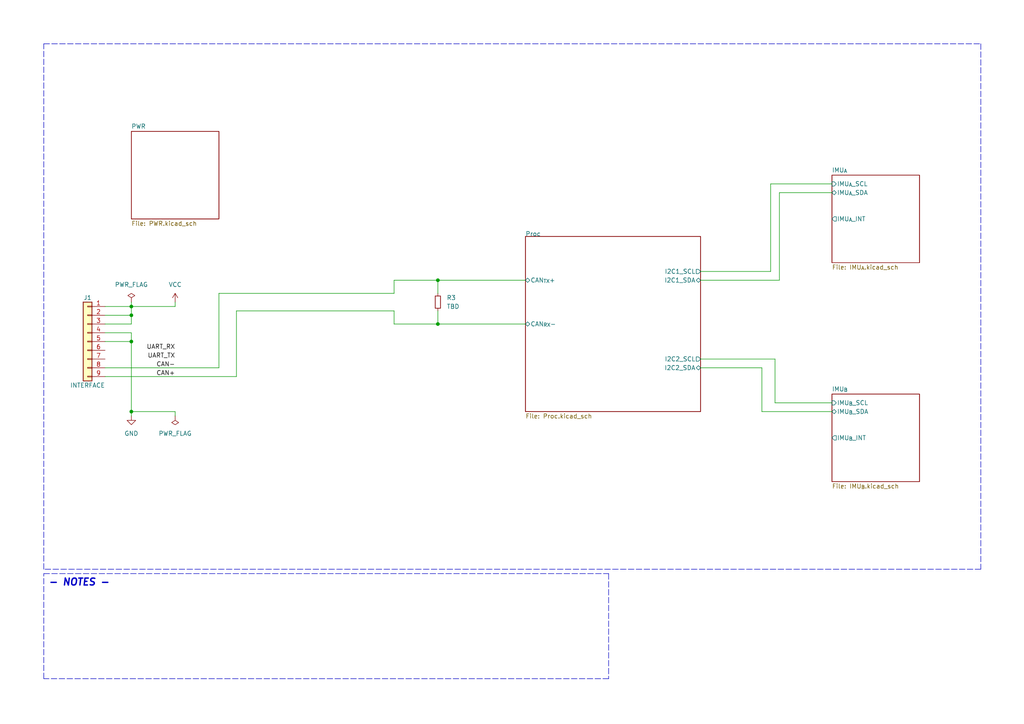
<source format=kicad_sch>
(kicad_sch (version 20211123) (generator eeschema)
  (paper "A4")
  (title_block (title "Caliban") (date "2023-02-25") (rev "A"))
  (lib_symbols
    (symbol "Connector_Generic:Conn_01x09" (pin_names (offset 1.016) hide)
      (property "Reference" "J" (at 0 12.7 0))
      (property "Value" "Conn_01x09" (at 0 -12.7 0))
      (symbol "Conn_01x09_1_1"
        (rectangle (start -1.27 -10.033) (end 0 -10.287) (stroke (width 0.1524)))
        (rectangle (start -1.27 -7.493) (end 0 -7.747) (stroke (width 0.1524)))
        (rectangle (start -1.27 -4.953) (end 0 -5.207) (stroke (width 0.1524)))
        (rectangle (start -1.27 -2.413) (end 0 -2.667) (stroke (width 0.1524)))
        (rectangle (start -1.27 0.127) (end 0 -0.127) (stroke (width 0.1524)))
        (rectangle (start -1.27 2.667) (end 0 2.413) (stroke (width 0.1524)))
        (rectangle (start -1.27 5.207) (end 0 4.953) (stroke (width 0.1524)))
        (rectangle (start -1.27 7.747) (end 0 7.493) (stroke (width 0.1524)))
        (rectangle (start -1.27 10.287) (end 0 10.033) (stroke (width 0.1524)))
        (rectangle (start -1.27 11.43) (end 1.27 -11.43) (stroke (width 0.254)) (fill (type background)))
        (pin passive line (at -5.08 10.16 0) (length 3.81) (name "Pin_1") (number "1"))
        (pin passive line (at -5.08 7.62 0) (length 3.81) (name "Pin_2") (number "2"))
        (pin passive line (at -5.08 5.08 0) (length 3.81) (name "Pin_3") (number "3"))
        (pin passive line (at -5.08 2.54 0) (length 3.81) (name "Pin_4") (number "4"))
        (pin passive line (at -5.08 0 0) (length 3.81) (name "Pin_5") (number "5"))
        (pin passive line (at -5.08 -2.54 0) (length 3.81) (name "Pin_6") (number "6"))
        (pin passive line (at -5.08 -5.08 0) (length 3.81) (name "Pin_7") (number "7"))
        (pin passive line (at -5.08 -7.62 0) (length 3.81) (name "Pin_8") (number "8"))
        (pin passive line (at -5.08 -10.16 0) (length 3.81) (name "Pin_9") (number "9"))
      )
    )
    (symbol "Device:R_Small" (pin_numbers hide) (pin_names (offset 0.254) hide)
      (property "Reference" "R" (at 0.762 0.508 0))
      (property "Value" "R_Small" (at 0.762 -1.016 0))
      (symbol "R_Small_0_1"
        (rectangle (start -0.762 1.778) (end 0.762 -1.778) (stroke (width 0.2032)))
      )
      (symbol "R_Small_1_1"
        (pin passive line (at 0 2.54 270) (length 0.762) (name "~") (number "1"))
        (pin passive line (at 0 -2.54 90) (length 0.762) (name "~") (number "2"))
      )
    )
    (symbol "power:GND" (power) (pin_names (offset 0))
      (property "Value" "GND" (at 0 -3.81 0))
      (symbol "GND_0_1"
        (polyline (pts (xy 0 0) (xy 0 -1.27) (xy 1.27 -1.27) (xy 0 -2.54) (xy -1.27 -1.27) (xy 0 -1.27)))
      )
      (symbol "GND_1_1"
        (pin power_in line (at 0 0 270) (length 0) hide (name "GND") (number "1"))
      )
    )
    (symbol "power:PWR_FLAG" (power) (pin_numbers hide) (pin_names (offset 0) hide)
      (property "Value" "PWR_FLAG" (at 0 3.81 0))
      (symbol "PWR_FLAG_0_0"
        (pin power_out line (at 0 0 90) (length 0) (name "pwr") (number "1"))
      )
      (symbol "PWR_FLAG_0_1"
        (polyline (pts (xy 0 0) (xy 0 1.27) (xy -1.016 1.905) (xy 0 2.54) (xy 1.016 1.905) (xy 0 1.27)))
      )
    )
    (symbol "power:VCC" (power) (pin_names (offset 0))
      (property "Value" "VCC" (at 0 3.81 0))
      (symbol "VCC_0_1"
        (polyline (pts (xy -0.762 1.27) (xy 0 2.54)))
        (polyline (pts (xy 0 0) (xy 0 2.54)))
        (polyline (pts (xy 0 2.54) (xy 0.762 1.27)))
      )
      (symbol "VCC_1_1"
        (pin power_in line (at 0 0 90) (length 0) hide (name "VCC") (number "1"))
      )
    )
  )
  (junction (at 38.1 99.06))
  (junction (at 38.1 88.9))
  (junction (at 127 81.28))
  (junction (at 127 93.98))
  (junction (at 38.1 91.44))
  (junction (at 38.1 119.38))
  (wire (pts (xy 30.48 91.44) (xy 38.1 91.44)))
  (wire (pts (xy 127 90.17) (xy 127 93.98)))
  (wire (pts (xy 224.79 104.14) (xy 224.79 116.84)))
  (polyline (pts (xy 12.7 165.1) (xy 12.7 12.7)))
  (wire (pts (xy 30.48 99.06) (xy 38.1 99.06)))
  (wire (pts (xy 30.48 96.52) (xy 38.1 96.52)))
  (wire (pts (xy 68.58 90.17) (xy 114.3 90.17)))
  (wire (pts (xy 63.5 85.09) (xy 63.5 106.68)))
  (polyline (pts (xy 176.53 196.85) (xy 12.7 196.85)))
  (wire (pts (xy 114.3 85.09) (xy 63.5 85.09)))
  (wire (pts (xy 203.2 104.14) (xy 224.79 104.14)))
  (wire (pts (xy 241.3 55.88) (xy 226.06 55.88)))
  (wire (pts (xy 224.79 116.84) (xy 241.3 116.84)))
  (wire (pts (xy 30.48 109.22) (xy 68.58 109.22)))
  (wire (pts (xy 50.8 87.63) (xy 50.8 88.9)))
  (wire (pts (xy 30.48 88.9) (xy 38.1 88.9)))
  (wire (pts (xy 114.3 93.98) (xy 127 93.98)))
  (wire (pts (xy 38.1 88.9) (xy 50.8 88.9)))
  (polyline (pts (xy 176.53 166.37) (xy 176.53 196.85)))
  (polyline (pts (xy 12.7 166.37) (xy 176.53 166.37)))
  (wire (pts (xy 38.1 87.63) (xy 38.1 88.9)))
  (polyline (pts (xy 284.48 12.7) (xy 284.48 165.1)))
  (wire (pts (xy 127 81.28) (xy 152.4 81.28)))
  (polyline (pts (xy 12.7 196.85) (xy 12.7 166.37)))
  (wire (pts (xy 223.52 53.34) (xy 241.3 53.34)))
  (wire (pts (xy 50.8 120.65) (xy 50.8 119.38)))
  (wire (pts (xy 241.3 119.38) (xy 220.98 119.38)))
  (wire (pts (xy 68.58 90.17) (xy 68.58 109.22)))
  (polyline (pts (xy 284.48 165.1) (xy 12.7 165.1)))
  (wire (pts (xy 30.48 93.98) (xy 38.1 93.98)))
  (wire (pts (xy 127 93.98) (xy 152.4 93.98)))
  (wire (pts (xy 38.1 96.52) (xy 38.1 99.06)))
  (wire (pts (xy 114.3 81.28) (xy 127 81.28)))
  (wire (pts (xy 127 81.28) (xy 127 85.09)))
  (wire (pts (xy 30.48 106.68) (xy 63.5 106.68)))
  (polyline (pts (xy 12.7 12.7) (xy 284.48 12.7)))
  (wire (pts (xy 38.1 119.38) (xy 38.1 120.65)))
  (wire (pts (xy 223.52 78.74) (xy 223.52 53.34)))
  (wire (pts (xy 114.3 85.09) (xy 114.3 81.28)))
  (wire (pts (xy 226.06 81.28) (xy 203.2 81.28)))
  (wire (pts (xy 114.3 90.17) (xy 114.3 93.98)))
  (wire (pts (xy 38.1 91.44) (xy 38.1 88.9)))
  (wire (pts (xy 203.2 78.74) (xy 223.52 78.74)))
  (wire (pts (xy 226.06 55.88) (xy 226.06 81.28)))
  (wire (pts (xy 38.1 91.44) (xy 38.1 93.98)))
  (wire (pts (xy 38.1 119.38) (xy 50.8 119.38)))
  (wire (pts (xy 220.98 119.38) (xy 220.98 106.68)))
  (wire (pts (xy 38.1 99.06) (xy 38.1 119.38)))
  (wire (pts (xy 220.98 106.68) (xy 203.2 106.68)))
  (text "- NOTES -" (at 13.97 170.18 0) (effects (font (size 2 2) (thickness 0.4) bold italic) (justify left bottom)))
  (label "UART_TX" (at 50.8 104.14 180))
  (label "CAN-" (at 50.8 106.68 180))
  (label "UART_RX" (at 50.8 101.6 180))
  (label "CAN+" (at 50.8 109.22 180))
  (symbol (lib_id "Device:R_Small") (at 127 87.63 0) (unit 1)
    (property "Reference" "R3" (at 129.54 86.3599 0) (effects (justify left)))
    (property "Value" "TBD" (at 129.54 88.8999 0) (effects (justify left)))
    (property "Footprint" "Resistor_SMD:R_0402_1005Metric_Pad0.72x0.64mm_HandSolder" (effects hide))
  )
  (symbol (lib_id "power:VCC") (at 50.8 87.63 0) (unit 1)
    (property "Reference" "#PWR0102" (effects hide))
    (property "Value" "VCC" (at 50.8 82.55 0))
  )
  (symbol (lib_id "Connector_Generic:Conn_01x09") (at 25.4 99.06 0) (mirror y) (unit 1)
    (property "Reference" "J1" (at 25.4 86.36 0))
    (property "Value" "INTERFACE" (at 25.4 111.76 0))
    (property "Footprint" "Connector_Dsub:DSUB-9_Female_Horizontal_P2.77x2.54mm_EdgePinOffset9.40mm" (effects hide))
  )
  (symbol (lib_id "power:PWR_FLAG") (at 50.8 120.65 180) (unit 1)
    (property "Reference" "#FLG0104" (effects hide))
    (property "Value" "PWR_FLAG" (at 50.8 125.73 0))
  )
  (symbol (lib_id "power:GND") (at 38.1 120.65 0) (unit 1)
    (property "Reference" "#PWR0104" (effects hide))
    (property "Value" "GND" (at 38.1 125.73 0))
  )
  (symbol (lib_id "power:PWR_FLAG") (at 38.1 87.63 0) (unit 1)
    (property "Reference" "#FLG0101" (effects hide))
    (property "Value" "PWR_FLAG" (at 38.1 82.55 0))
  )
  (sheet (at 152.4 68.58) (size 50.8 50.8) (stroke (width 0.1524))
    (property "Sheet name" "Proc" (at 152.4 68.58 0) (effects (justify left bottom)))
    (property "Sheet file" "Proc.kicad_sch" (at 152.4 119.9646 0) (effects (justify left top)))
    (pin "CAN_{TX}+" bidirectional (at 152.4 81.28 180))
    (pin "CAN_{RX}-" bidirectional (at 152.4 93.98 180))
    (pin "I2C1_SDA" bidirectional (at 203.2 81.28 0))
    (pin "I2C1_SCL" output (at 203.2 78.74 0))
    (pin "I2C2_SDA" bidirectional (at 203.2 106.68 0))
    (pin "I2C2_SCL" output (at 203.2 104.14 0))
  )
  (sheet (at 241.3 50.8) (size 25.4 25.4) (stroke (width 0.1524))
    (property "Sheet name" "IMU_{A}" (at 241.3 50.0884 0) (effects (justify left bottom)))
    (property "Sheet file" "IMU_{A}.kicad_sch" (at 241.3 76.7846 0) (effects (justify left top)))
    (pin "IMU_{A}_SDA" bidirectional (at 241.3 55.88 180))
    (pin "IMU_{A}_INT" output (at 241.3 63.5 180))
    (pin "IMU_{A}_SCL" input (at 241.3 53.34 180))
  )
  (sheet (at 241.3 114.3) (size 25.4 25.4) (stroke (width 0.1524))
    (property "Sheet name" "IMU_{B}" (at 241.3 113.5884 0) (effects (justify left bottom)))
    (property "Sheet file" "IMU_{B}.kicad_sch" (at 241.3 140.2846 0) (effects (justify left top)))
    (pin "IMU_{B}_INT" output (at 241.3 127 180))
    (pin "IMU_{B}_SCL" input (at 241.3 116.84 180))
    (pin "IMU_{B}_SDA" bidirectional (at 241.3 119.38 180))
  )
  (sheet (at 38.1 38.1) (size 25.4 25.4) (stroke (width 0.1524))
    (property "Sheet name" "PWR" (at 38.1 37.3884 0) (effects (justify left bottom)))
    (property "Sheet file" "PWR.kicad_sch" (at 38.1 64.0846 0) (effects (justify left top)))
  )
)
</source>
